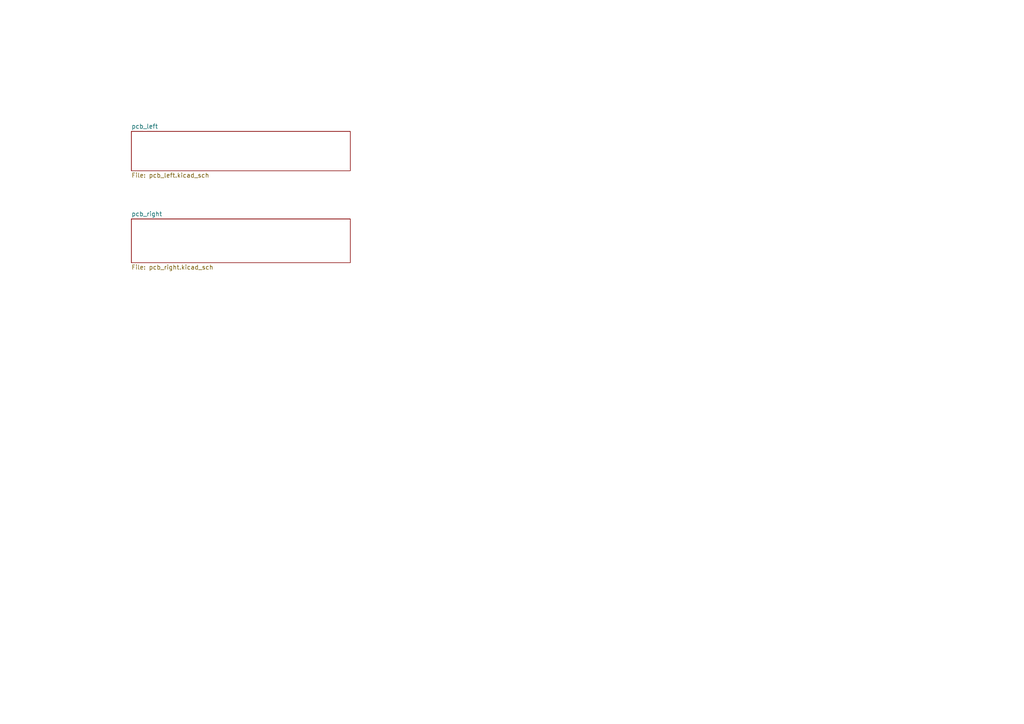
<source format=kicad_sch>
(kicad_sch (version 20211123) (generator eeschema)
  (paper "A4")
  (lib_symbols)
  (sheet (at 38.1 38.1) (size 63.5 11.43) (stroke (width 0.1524))
    (property "Sheet name" "pcb_left" (at 38.1 37.3884 0) (effects (justify left bottom)))
    (property "Sheet file" "pcb_left.kicad_sch" (at 38.1 50.1146 0) (effects (justify left top)))
  )
  (sheet (at 38.1 63.5) (size 63.5 12.7) (stroke (width 0.1524))
    (property "Sheet name" "pcb_right" (at 38.1 62.7884 0) (effects (justify left bottom)))
    (property "Sheet file" "pcb_right.kicad_sch" (at 38.1 76.7846 0) (effects (justify left top)))
  )
)
</source>
